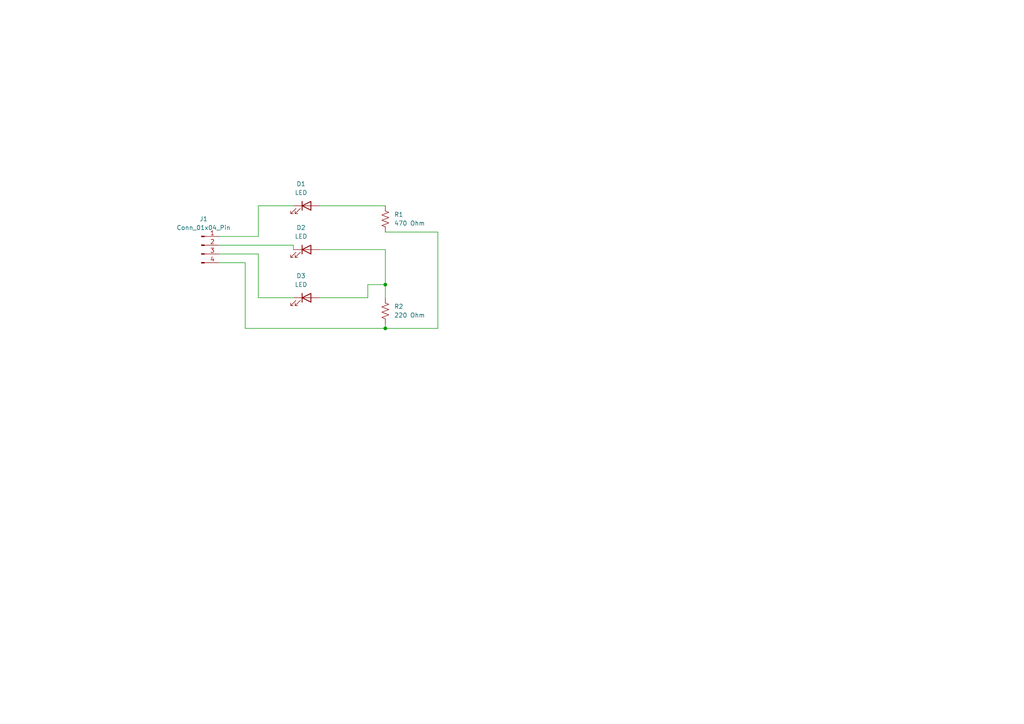
<source format=kicad_sch>
(kicad_sch (version 20250114) (generator "eeschema") (generator_version "9.0")
  (paper "A4")
  (lib_symbols
    (symbol "Connector:Conn_01x04_Pin" (pin_names (offset 1.016) (hide yes))
      (property "Reference" "J" (at 0 5.08 0))
      (property "Value" "Conn_01x04_Pin" (at 0 -7.62 0))
      (symbol "Conn_01x04_Pin_1_1"
        (rectangle (start 0.8636 2.667) (end 0 2.413) (stroke (width 0.1524)) (fill (type outline)))
        (rectangle (start 0.8636 0.127) (end 0 -0.127) (stroke (width 0.1524)) (fill (type outline)))
        (rectangle (start 0.8636 -2.413) (end 0 -2.667) (stroke (width 0.1524)) (fill (type outline)))
        (rectangle (start 0.8636 -4.953) (end 0 -5.207) (stroke (width 0.1524)) (fill (type outline)))
        (polyline (pts (xy 1.27 2.54) (xy 0.8636 2.54)) (stroke (width 0.1524)))
        (polyline (pts (xy 1.27 0) (xy 0.8636 0)) (stroke (width 0.1524)))
        (polyline (pts (xy 1.27 -2.54) (xy 0.8636 -2.54)) (stroke (width 0.1524)))
        (polyline (pts (xy 1.27 -5.08) (xy 0.8636 -5.08)) (stroke (width 0.1524)))
        (pin passive line (at 5.08 2.54 180) (length 3.81) (name "Pin_1") (number "1"))
        (pin passive line (at 5.08 0 180) (length 3.81) (name "Pin_2") (number "2"))
        (pin passive line (at 5.08 -2.54 180) (length 3.81) (name "Pin_3") (number "3"))
        (pin passive line (at 5.08 -5.08 180) (length 3.81) (name "Pin_4") (number "4"))
      )
    )
    (symbol "Device:LED" (pin_numbers (hide yes)) (pin_names (offset 1.016) (hide yes))
      (property "Reference" "D" (at 0 2.54 0))
      (property "Value" "LED" (at 0 -2.54 0))
      (symbol "LED_0_1"
        (polyline (pts (xy -3.048 -0.762) (xy -4.572 -2.286) (xy -3.81 -2.286) (xy -4.572 -2.286) (xy -4.572 -1.524)))
        (polyline (pts (xy -1.778 -0.762) (xy -3.302 -2.286) (xy -2.54 -2.286) (xy -3.302 -2.286) (xy -3.302 -1.524)))
        (polyline (pts (xy -1.27 0) (xy 1.27 0)))
        (polyline (pts (xy -1.27 -1.27) (xy -1.27 1.27)) (stroke (width 0.254)))
        (polyline (pts (xy 1.27 -1.27) (xy 1.27 1.27) (xy -1.27 0) (xy 1.27 -1.27)) (stroke (width 0.254)))
      )
      (symbol "LED_1_1"
        (pin passive line (at -3.81 0 0) (length 2.54) (name "K") (number "1"))
        (pin passive line (at 3.81 0 180) (length 2.54) (name "A") (number "2"))
      )
    )
    (symbol "Device:R_US" (pin_numbers (hide yes)) (pin_names (offset 0))
      (property "Reference" "R" (at 2.54 0 90))
      (property "Value" "R_US" (at -2.54 0 90))
      (symbol "R_US_0_1"
        (polyline (pts (xy 0 2.286) (xy 0 2.54)))
        (polyline (pts (xy 0 2.286) (xy 1.016 1.905) (xy 0 1.524) (xy -1.016 1.143) (xy 0 0.762)))
        (polyline (pts (xy 0 0.762) (xy 1.016 0.381) (xy 0 0) (xy -1.016 -0.381) (xy 0 -0.762)))
        (polyline (pts (xy 0 -0.762) (xy 1.016 -1.143) (xy 0 -1.524) (xy -1.016 -1.905) (xy 0 -2.286)))
        (polyline (pts (xy 0 -2.286) (xy 0 -2.54)))
      )
      (symbol "R_US_1_1"
        (pin passive line (at 0 3.81 270) (length 1.27) (name "~") (number "1"))
        (pin passive line (at 0 -3.81 90) (length 1.27) (name "~") (number "2"))
      )
    )
  )
  (junction (at 111.76 82.55))
  (junction (at 111.76 95.25))
  (wire (pts (xy 63.5 76.2) (xy 71.12 76.2)))
  (wire (pts (xy 92.71 86.36) (xy 106.68 86.36)))
  (wire (pts (xy 71.12 95.25) (xy 111.76 95.25)))
  (wire (pts (xy 74.93 86.36) (xy 85.09 86.36)))
  (wire (pts (xy 85.09 71.12) (xy 85.09 72.39)))
  (wire (pts (xy 106.68 86.36) (xy 106.68 82.55)))
  (wire (pts (xy 92.71 72.39) (xy 111.76 72.39)))
  (wire (pts (xy 111.76 67.31) (xy 127 67.31)))
  (wire (pts (xy 106.68 82.55) (xy 111.76 82.55)))
  (wire (pts (xy 63.5 71.12) (xy 85.09 71.12)))
  (wire (pts (xy 111.76 72.39) (xy 111.76 82.55)))
  (wire (pts (xy 111.76 93.98) (xy 111.76 95.25)))
  (wire (pts (xy 111.76 82.55) (xy 111.76 86.36)))
  (wire (pts (xy 127 67.31) (xy 127 95.25)))
  (wire (pts (xy 92.71 59.69) (xy 111.76 59.69)))
  (wire (pts (xy 71.12 76.2) (xy 71.12 95.25)))
  (wire (pts (xy 74.93 68.58) (xy 74.93 59.69)))
  (wire (pts (xy 127 95.25) (xy 111.76 95.25)))
  (wire (pts (xy 63.5 68.58) (xy 74.93 68.58)))
  (wire (pts (xy 74.93 73.66) (xy 74.93 86.36)))
  (wire (pts (xy 63.5 73.66) (xy 74.93 73.66)))
  (wire (pts (xy 74.93 59.69) (xy 85.09 59.69)))
  (symbol (lib_id "Device:R_US") (at 111.76 90.17 0) (unit 1)
    (property "Reference" "R2" (at 114.3 88.8999 0) (effects (justify left)))
    (property "Value" "220 Ohm" (at 114.3 91.4399 0) (effects (justify left)))
    (property "Footprint" "Resistor_THT:R_Box_L13.0mm_W4.0mm_P9.00mm" (effects (hide yes)))
    (property "Description" "Resistor, US symbol" (effects (hide yes)))
  )
  (symbol (lib_id "Device:LED") (at 88.9 59.69 0) (unit 1)
    (property "Reference" "D1" (at 87.3125 53.34 0))
    (property "Value" "LED" (at 87.3125 55.88 0))
    (property "Footprint" "LED_THT:LED_D5.0mm_Clear" (effects (hide yes)))
    (property "Description" "Light emitting diode" (effects (hide yes)))
    (property "Sim.Pins" "1=K 2=A" (effects (hide yes)))
  )
  (symbol (lib_id "Device:LED") (at 88.9 72.39 0) (unit 1)
    (property "Reference" "D2" (at 87.3125 66.04 0))
    (property "Value" "LED" (at 87.3125 68.58 0))
    (property "Footprint" "LED_THT:LED_D5.0mm_Clear" (effects (hide yes)))
    (property "Description" "Light emitting diode" (effects (hide yes)))
    (property "Sim.Pins" "1=K 2=A" (effects (hide yes)))
  )
  (symbol (lib_id "Device:R_US") (at 111.76 63.5 0) (unit 1)
    (property "Reference" "R1" (at 114.3 62.2299 0) (effects (justify left)))
    (property "Value" "470 Ohm" (at 114.3 64.7699 0) (effects (justify left)))
    (property "Footprint" "Resistor_THT:R_Box_L13.0mm_W4.0mm_P9.00mm" (effects (hide yes)))
    (property "Description" "Resistor, US symbol" (effects (hide yes)))
  )
  (symbol (lib_id "Device:LED") (at 88.9 86.36 0) (unit 1)
    (property "Reference" "D3" (at 87.3125 80.01 0))
    (property "Value" "LED" (at 87.3125 82.55 0))
    (property "Footprint" "LED_THT:LED_D5.0mm_Clear" (effects (hide yes)))
    (property "Description" "Light emitting diode" (effects (hide yes)))
    (property "Sim.Pins" "1=K 2=A" (effects (hide yes)))
  )
  (symbol (lib_id "Connector:Conn_01x04_Pin") (at 58.42 71.12 0) (unit 1)
    (property "Reference" "J1" (at 59.055 63.5 0))
    (property "Value" "Conn_01x04_Pin" (at 59.055 66.04 0))
    (property "Footprint" "Connector_Wire:SolderWire-0.25sqmm_1x04_P4.2mm_D0.65mm_OD1.7mm" (effects (hide yes)))
    (property "Description" "Generic connector, single row, 01x04, script generated" (effects (hide yes)))
  )
)
</source>
